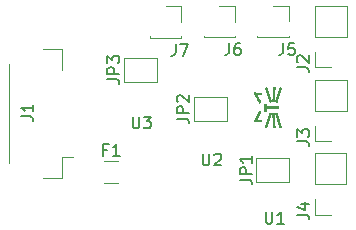
<source format=gbr>
G04 #@! TF.GenerationSoftware,KiCad,Pcbnew,(5.0.0)*
G04 #@! TF.CreationDate,2019-01-08T23:41:56-05:00*
G04 #@! TF.ProjectId,Relay Breakout,52656C617920427265616B6F75742E6B,rev?*
G04 #@! TF.SameCoordinates,Original*
G04 #@! TF.FileFunction,Legend,Top*
G04 #@! TF.FilePolarity,Positive*
%FSLAX46Y46*%
G04 Gerber Fmt 4.6, Leading zero omitted, Abs format (unit mm)*
G04 Created by KiCad (PCBNEW (5.0.0)) date 01/08/19 23:41:56*
%MOMM*%
%LPD*%
G01*
G04 APERTURE LIST*
%ADD10C,0.120000*%
%ADD11C,0.010000*%
%ADD12C,0.150000*%
G04 APERTURE END LIST*
D10*
G04 #@! TO.C,J1*
X104977040Y-94986120D02*
X106577040Y-94986120D01*
X106577040Y-94986120D02*
X106577040Y-93186120D01*
X106577040Y-93186120D02*
X107517040Y-93186120D01*
X104977040Y-84016120D02*
X106577040Y-84016120D01*
X106577040Y-84016120D02*
X106577040Y-85816120D01*
X102107040Y-93716120D02*
X102107040Y-85286120D01*
G04 #@! TO.C,J2*
X130682040Y-82981800D02*
X128022040Y-82981800D01*
X130682040Y-82981800D02*
X130682040Y-80381800D01*
X130682040Y-80381800D02*
X128022040Y-80381800D01*
X128022040Y-82981800D02*
X128022040Y-80381800D01*
X128022040Y-85581800D02*
X128022040Y-84251800D01*
X129352040Y-85581800D02*
X128022040Y-85581800D01*
G04 #@! TO.C,J3*
X129346960Y-91840360D02*
X128016960Y-91840360D01*
X128016960Y-91840360D02*
X128016960Y-90510360D01*
X128016960Y-89240360D02*
X128016960Y-86640360D01*
X130676960Y-86640360D02*
X128016960Y-86640360D01*
X130676960Y-89240360D02*
X130676960Y-86640360D01*
X130676960Y-89240360D02*
X128016960Y-89240360D01*
G04 #@! TO.C,J4*
X130641400Y-95478600D02*
X127981400Y-95478600D01*
X130641400Y-95478600D02*
X130641400Y-92878600D01*
X130641400Y-92878600D02*
X127981400Y-92878600D01*
X127981400Y-95478600D02*
X127981400Y-92878600D01*
X127981400Y-98078600D02*
X127981400Y-96748600D01*
X129311400Y-98078600D02*
X127981400Y-98078600D01*
G04 #@! TO.C,J5*
X123114760Y-83031640D02*
X125774760Y-83031640D01*
X123114760Y-82911640D02*
X123114760Y-83031640D01*
X125774760Y-82911640D02*
X125774760Y-83031640D01*
X125774760Y-80371640D02*
X125774760Y-81701640D01*
X124444760Y-80371640D02*
X125774760Y-80371640D01*
G04 #@! TO.C,J6*
X119893080Y-80381800D02*
X121223080Y-80381800D01*
X121223080Y-80381800D02*
X121223080Y-81711800D01*
X121223080Y-82921800D02*
X121223080Y-83041800D01*
X118563080Y-82921800D02*
X118563080Y-83041800D01*
X118563080Y-83041800D02*
X121223080Y-83041800D01*
G04 #@! TO.C,J7*
X114011400Y-83072280D02*
X116671400Y-83072280D01*
X114011400Y-82952280D02*
X114011400Y-83072280D01*
X116671400Y-82952280D02*
X116671400Y-83072280D01*
X116671400Y-80412280D02*
X116671400Y-81742280D01*
X115341400Y-80412280D02*
X116671400Y-80412280D01*
G04 #@! TO.C,JP1*
X125804120Y-93300040D02*
X125804120Y-95300040D01*
X123004120Y-93300040D02*
X125804120Y-93300040D01*
X123004120Y-95300040D02*
X123004120Y-93300040D01*
X125804120Y-95300040D02*
X123004120Y-95300040D01*
G04 #@! TO.C,JP2*
X120586960Y-90133680D02*
X117786960Y-90133680D01*
X117786960Y-90133680D02*
X117786960Y-88133680D01*
X117786960Y-88133680D02*
X120586960Y-88133680D01*
X120586960Y-88133680D02*
X120586960Y-90133680D01*
G04 #@! TO.C,JP3*
X114622800Y-84785960D02*
X114622800Y-86785960D01*
X111822800Y-84785960D02*
X114622800Y-84785960D01*
X111822800Y-86785960D02*
X111822800Y-84785960D01*
X114622800Y-86785960D02*
X111822800Y-86785960D01*
G04 #@! TO.C,F1*
X110146076Y-93532280D02*
X111350204Y-93532280D01*
X110146076Y-95352280D02*
X111350204Y-95352280D01*
D11*
G04 #@! TO.C,G\002A\002A\002A*
G36*
X122795735Y-87713439D02*
X122803971Y-87713404D01*
X122817102Y-87713476D01*
X122834754Y-87713651D01*
X122856553Y-87713922D01*
X122882125Y-87714285D01*
X122911095Y-87714734D01*
X122943091Y-87715263D01*
X122977738Y-87715866D01*
X123014661Y-87716539D01*
X123053487Y-87717275D01*
X123085965Y-87717913D01*
X123126738Y-87718719D01*
X123166379Y-87719491D01*
X123204466Y-87720223D01*
X123240575Y-87720906D01*
X123274286Y-87721533D01*
X123305175Y-87722096D01*
X123332820Y-87722587D01*
X123356800Y-87722999D01*
X123376692Y-87723324D01*
X123392073Y-87723555D01*
X123402521Y-87723684D01*
X123406606Y-87723709D01*
X123435534Y-87723697D01*
X123435534Y-87845674D01*
X123378384Y-87843919D01*
X123359263Y-87843368D01*
X123337040Y-87842789D01*
X123312256Y-87842193D01*
X123285452Y-87841589D01*
X123257169Y-87840985D01*
X123227949Y-87840392D01*
X123198331Y-87839819D01*
X123168859Y-87839276D01*
X123140071Y-87838771D01*
X123112510Y-87838314D01*
X123086716Y-87837915D01*
X123063231Y-87837584D01*
X123042595Y-87837329D01*
X123025350Y-87837160D01*
X123012037Y-87837086D01*
X123003196Y-87837118D01*
X122999370Y-87837264D01*
X122999258Y-87837299D01*
X123000451Y-87839870D01*
X123004231Y-87847089D01*
X123010439Y-87858672D01*
X123018921Y-87874332D01*
X123029519Y-87893785D01*
X123042077Y-87916746D01*
X123056439Y-87942930D01*
X123072447Y-87972051D01*
X123089946Y-88003824D01*
X123108779Y-88037964D01*
X123128789Y-88074186D01*
X123149820Y-88112205D01*
X123171716Y-88151735D01*
X123183341Y-88172703D01*
X123205663Y-88212969D01*
X123227232Y-88251910D01*
X123247889Y-88289236D01*
X123267475Y-88324659D01*
X123285831Y-88357891D01*
X123302798Y-88388643D01*
X123318217Y-88416626D01*
X123331929Y-88441552D01*
X123343775Y-88463132D01*
X123353596Y-88481077D01*
X123361234Y-88495099D01*
X123366528Y-88504909D01*
X123369320Y-88510219D01*
X123369729Y-88511097D01*
X123368247Y-88513761D01*
X123362702Y-88518194D01*
X123352828Y-88524569D01*
X123338358Y-88533061D01*
X123322122Y-88542142D01*
X123306890Y-88550450D01*
X123293160Y-88557781D01*
X123281764Y-88563702D01*
X123273537Y-88567783D01*
X123269310Y-88569591D01*
X123269121Y-88569634D01*
X123267294Y-88567973D01*
X123263531Y-88562620D01*
X123257753Y-88553439D01*
X123249883Y-88540293D01*
X123239842Y-88523045D01*
X123227550Y-88501558D01*
X123212929Y-88475694D01*
X123195901Y-88445318D01*
X123176386Y-88410292D01*
X123154306Y-88370480D01*
X123145823Y-88355145D01*
X123124085Y-88315836D01*
X123100225Y-88272706D01*
X123074809Y-88226776D01*
X123048402Y-88179066D01*
X123021569Y-88130598D01*
X122994876Y-88082392D01*
X122968889Y-88035471D01*
X122944172Y-87990856D01*
X122921290Y-87949567D01*
X122909071Y-87927523D01*
X122891391Y-87895587D01*
X122874549Y-87865072D01*
X122858741Y-87836339D01*
X122844161Y-87809745D01*
X122831004Y-87785650D01*
X122819467Y-87764413D01*
X122809743Y-87746393D01*
X122802028Y-87731949D01*
X122796517Y-87721440D01*
X122793405Y-87715224D01*
X122792769Y-87713588D01*
X122795735Y-87713439D01*
X122795735Y-87713439D01*
G37*
X122795735Y-87713439D02*
X122803971Y-87713404D01*
X122817102Y-87713476D01*
X122834754Y-87713651D01*
X122856553Y-87713922D01*
X122882125Y-87714285D01*
X122911095Y-87714734D01*
X122943091Y-87715263D01*
X122977738Y-87715866D01*
X123014661Y-87716539D01*
X123053487Y-87717275D01*
X123085965Y-87717913D01*
X123126738Y-87718719D01*
X123166379Y-87719491D01*
X123204466Y-87720223D01*
X123240575Y-87720906D01*
X123274286Y-87721533D01*
X123305175Y-87722096D01*
X123332820Y-87722587D01*
X123356800Y-87722999D01*
X123376692Y-87723324D01*
X123392073Y-87723555D01*
X123402521Y-87723684D01*
X123406606Y-87723709D01*
X123435534Y-87723697D01*
X123435534Y-87845674D01*
X123378384Y-87843919D01*
X123359263Y-87843368D01*
X123337040Y-87842789D01*
X123312256Y-87842193D01*
X123285452Y-87841589D01*
X123257169Y-87840985D01*
X123227949Y-87840392D01*
X123198331Y-87839819D01*
X123168859Y-87839276D01*
X123140071Y-87838771D01*
X123112510Y-87838314D01*
X123086716Y-87837915D01*
X123063231Y-87837584D01*
X123042595Y-87837329D01*
X123025350Y-87837160D01*
X123012037Y-87837086D01*
X123003196Y-87837118D01*
X122999370Y-87837264D01*
X122999258Y-87837299D01*
X123000451Y-87839870D01*
X123004231Y-87847089D01*
X123010439Y-87858672D01*
X123018921Y-87874332D01*
X123029519Y-87893785D01*
X123042077Y-87916746D01*
X123056439Y-87942930D01*
X123072447Y-87972051D01*
X123089946Y-88003824D01*
X123108779Y-88037964D01*
X123128789Y-88074186D01*
X123149820Y-88112205D01*
X123171716Y-88151735D01*
X123183341Y-88172703D01*
X123205663Y-88212969D01*
X123227232Y-88251910D01*
X123247889Y-88289236D01*
X123267475Y-88324659D01*
X123285831Y-88357891D01*
X123302798Y-88388643D01*
X123318217Y-88416626D01*
X123331929Y-88441552D01*
X123343775Y-88463132D01*
X123353596Y-88481077D01*
X123361234Y-88495099D01*
X123366528Y-88504909D01*
X123369320Y-88510219D01*
X123369729Y-88511097D01*
X123368247Y-88513761D01*
X123362702Y-88518194D01*
X123352828Y-88524569D01*
X123338358Y-88533061D01*
X123322122Y-88542142D01*
X123306890Y-88550450D01*
X123293160Y-88557781D01*
X123281764Y-88563702D01*
X123273537Y-88567783D01*
X123269310Y-88569591D01*
X123269121Y-88569634D01*
X123267294Y-88567973D01*
X123263531Y-88562620D01*
X123257753Y-88553439D01*
X123249883Y-88540293D01*
X123239842Y-88523045D01*
X123227550Y-88501558D01*
X123212929Y-88475694D01*
X123195901Y-88445318D01*
X123176386Y-88410292D01*
X123154306Y-88370480D01*
X123145823Y-88355145D01*
X123124085Y-88315836D01*
X123100225Y-88272706D01*
X123074809Y-88226776D01*
X123048402Y-88179066D01*
X123021569Y-88130598D01*
X122994876Y-88082392D01*
X122968889Y-88035471D01*
X122944172Y-87990856D01*
X122921290Y-87949567D01*
X122909071Y-87927523D01*
X122891391Y-87895587D01*
X122874549Y-87865072D01*
X122858741Y-87836339D01*
X122844161Y-87809745D01*
X122831004Y-87785650D01*
X122819467Y-87764413D01*
X122809743Y-87746393D01*
X122802028Y-87731949D01*
X122796517Y-87721440D01*
X122793405Y-87715224D01*
X122792769Y-87713588D01*
X122795735Y-87713439D01*
G36*
X122793914Y-90132912D02*
X122797598Y-90125693D01*
X122803656Y-90114221D01*
X122811905Y-90098838D01*
X122822158Y-90079884D01*
X122834231Y-90057697D01*
X122847938Y-90032619D01*
X122863094Y-90004990D01*
X122879515Y-89975148D01*
X122897014Y-89943435D01*
X122915407Y-89910191D01*
X122922388Y-89897593D01*
X122944287Y-89858092D01*
X122967678Y-89815883D01*
X122992106Y-89771789D01*
X123017116Y-89726632D01*
X123042254Y-89681233D01*
X123067064Y-89636414D01*
X123091092Y-89592996D01*
X123113882Y-89551802D01*
X123134981Y-89513652D01*
X123153932Y-89479370D01*
X123159141Y-89469944D01*
X123179200Y-89433681D01*
X123196731Y-89402089D01*
X123211900Y-89374881D01*
X123224875Y-89351771D01*
X123235823Y-89332470D01*
X123244911Y-89316691D01*
X123252307Y-89304147D01*
X123258178Y-89294552D01*
X123262692Y-89287616D01*
X123266016Y-89283054D01*
X123268317Y-89280578D01*
X123269762Y-89279901D01*
X123269841Y-89279915D01*
X123273810Y-89281598D01*
X123281853Y-89285583D01*
X123293112Y-89291423D01*
X123306731Y-89298675D01*
X123321852Y-89306891D01*
X123322842Y-89307435D01*
X123341306Y-89317768D01*
X123354943Y-89325848D01*
X123364022Y-89331849D01*
X123368812Y-89335948D01*
X123369729Y-89338009D01*
X123368255Y-89340945D01*
X123364200Y-89348527D01*
X123357722Y-89360466D01*
X123348979Y-89376474D01*
X123338132Y-89396261D01*
X123325339Y-89419540D01*
X123310759Y-89446021D01*
X123294551Y-89475416D01*
X123276874Y-89507436D01*
X123257887Y-89541793D01*
X123237749Y-89578198D01*
X123216618Y-89616362D01*
X123194655Y-89655997D01*
X123183341Y-89676403D01*
X123161059Y-89716604D01*
X123139561Y-89755442D01*
X123119004Y-89792631D01*
X123099543Y-89827886D01*
X123081335Y-89860922D01*
X123064537Y-89891453D01*
X123049305Y-89919195D01*
X123035796Y-89943862D01*
X123024166Y-89965169D01*
X123014571Y-89982831D01*
X123007168Y-89996563D01*
X123002114Y-90006080D01*
X122999566Y-90011096D01*
X122999282Y-90011831D01*
X123002241Y-90011998D01*
X123010303Y-90012050D01*
X123022925Y-90011995D01*
X123039567Y-90011843D01*
X123059687Y-90011604D01*
X123082745Y-90011287D01*
X123108198Y-90010900D01*
X123135506Y-90010455D01*
X123164128Y-90009960D01*
X123193522Y-90009424D01*
X123223147Y-90008858D01*
X123252462Y-90008270D01*
X123280926Y-90007669D01*
X123307998Y-90007066D01*
X123333136Y-90006470D01*
X123355800Y-90005890D01*
X123375447Y-90005336D01*
X123379795Y-90005203D01*
X123435534Y-90003473D01*
X123435534Y-90125409D01*
X123406606Y-90125399D01*
X123399769Y-90125454D01*
X123387711Y-90125617D01*
X123370854Y-90125880D01*
X123349621Y-90126235D01*
X123324434Y-90126675D01*
X123295715Y-90127192D01*
X123263886Y-90127778D01*
X123229370Y-90128426D01*
X123192589Y-90129128D01*
X123153965Y-90129876D01*
X123113920Y-90130663D01*
X123085988Y-90131218D01*
X123045899Y-90132005D01*
X123007411Y-90132731D01*
X122970898Y-90133393D01*
X122936733Y-90133983D01*
X122905291Y-90134497D01*
X122876946Y-90134930D01*
X122852071Y-90135275D01*
X122831042Y-90135527D01*
X122814232Y-90135681D01*
X122802014Y-90135731D01*
X122794764Y-90135671D01*
X122792791Y-90135540D01*
X122793914Y-90132912D01*
X122793914Y-90132912D01*
G37*
X122793914Y-90132912D02*
X122797598Y-90125693D01*
X122803656Y-90114221D01*
X122811905Y-90098838D01*
X122822158Y-90079884D01*
X122834231Y-90057697D01*
X122847938Y-90032619D01*
X122863094Y-90004990D01*
X122879515Y-89975148D01*
X122897014Y-89943435D01*
X122915407Y-89910191D01*
X122922388Y-89897593D01*
X122944287Y-89858092D01*
X122967678Y-89815883D01*
X122992106Y-89771789D01*
X123017116Y-89726632D01*
X123042254Y-89681233D01*
X123067064Y-89636414D01*
X123091092Y-89592996D01*
X123113882Y-89551802D01*
X123134981Y-89513652D01*
X123153932Y-89479370D01*
X123159141Y-89469944D01*
X123179200Y-89433681D01*
X123196731Y-89402089D01*
X123211900Y-89374881D01*
X123224875Y-89351771D01*
X123235823Y-89332470D01*
X123244911Y-89316691D01*
X123252307Y-89304147D01*
X123258178Y-89294552D01*
X123262692Y-89287616D01*
X123266016Y-89283054D01*
X123268317Y-89280578D01*
X123269762Y-89279901D01*
X123269841Y-89279915D01*
X123273810Y-89281598D01*
X123281853Y-89285583D01*
X123293112Y-89291423D01*
X123306731Y-89298675D01*
X123321852Y-89306891D01*
X123322842Y-89307435D01*
X123341306Y-89317768D01*
X123354943Y-89325848D01*
X123364022Y-89331849D01*
X123368812Y-89335948D01*
X123369729Y-89338009D01*
X123368255Y-89340945D01*
X123364200Y-89348527D01*
X123357722Y-89360466D01*
X123348979Y-89376474D01*
X123338132Y-89396261D01*
X123325339Y-89419540D01*
X123310759Y-89446021D01*
X123294551Y-89475416D01*
X123276874Y-89507436D01*
X123257887Y-89541793D01*
X123237749Y-89578198D01*
X123216618Y-89616362D01*
X123194655Y-89655997D01*
X123183341Y-89676403D01*
X123161059Y-89716604D01*
X123139561Y-89755442D01*
X123119004Y-89792631D01*
X123099543Y-89827886D01*
X123081335Y-89860922D01*
X123064537Y-89891453D01*
X123049305Y-89919195D01*
X123035796Y-89943862D01*
X123024166Y-89965169D01*
X123014571Y-89982831D01*
X123007168Y-89996563D01*
X123002114Y-90006080D01*
X122999566Y-90011096D01*
X122999282Y-90011831D01*
X123002241Y-90011998D01*
X123010303Y-90012050D01*
X123022925Y-90011995D01*
X123039567Y-90011843D01*
X123059687Y-90011604D01*
X123082745Y-90011287D01*
X123108198Y-90010900D01*
X123135506Y-90010455D01*
X123164128Y-90009960D01*
X123193522Y-90009424D01*
X123223147Y-90008858D01*
X123252462Y-90008270D01*
X123280926Y-90007669D01*
X123307998Y-90007066D01*
X123333136Y-90006470D01*
X123355800Y-90005890D01*
X123375447Y-90005336D01*
X123379795Y-90005203D01*
X123435534Y-90003473D01*
X123435534Y-90125409D01*
X123406606Y-90125399D01*
X123399769Y-90125454D01*
X123387711Y-90125617D01*
X123370854Y-90125880D01*
X123349621Y-90126235D01*
X123324434Y-90126675D01*
X123295715Y-90127192D01*
X123263886Y-90127778D01*
X123229370Y-90128426D01*
X123192589Y-90129128D01*
X123153965Y-90129876D01*
X123113920Y-90130663D01*
X123085988Y-90131218D01*
X123045899Y-90132005D01*
X123007411Y-90132731D01*
X122970898Y-90133393D01*
X122936733Y-90133983D01*
X122905291Y-90134497D01*
X122876946Y-90134930D01*
X122852071Y-90135275D01*
X122831042Y-90135527D01*
X122814232Y-90135681D01*
X122802014Y-90135731D01*
X122794764Y-90135671D01*
X122792791Y-90135540D01*
X122793914Y-90132912D01*
G36*
X123769411Y-90589357D02*
X123771911Y-90581421D01*
X123775961Y-90568716D01*
X123781464Y-90551538D01*
X123788323Y-90530186D01*
X123796443Y-90504957D01*
X123805726Y-90476148D01*
X123816077Y-90444057D01*
X123827400Y-90408980D01*
X123839597Y-90371216D01*
X123852573Y-90331062D01*
X123866231Y-90288816D01*
X123880475Y-90244774D01*
X123895208Y-90199233D01*
X123910335Y-90152493D01*
X123925758Y-90104849D01*
X123941382Y-90056599D01*
X123957110Y-90008041D01*
X123972846Y-89959472D01*
X123988494Y-89911189D01*
X124003956Y-89863490D01*
X124019138Y-89816672D01*
X124033941Y-89771033D01*
X124048271Y-89726869D01*
X124062031Y-89684479D01*
X124075124Y-89644160D01*
X124087454Y-89606209D01*
X124098925Y-89570923D01*
X124109441Y-89538601D01*
X124118904Y-89509539D01*
X124127219Y-89484034D01*
X124134290Y-89462385D01*
X124140020Y-89444888D01*
X124144312Y-89431841D01*
X124147071Y-89423541D01*
X124148199Y-89420286D01*
X124148219Y-89420250D01*
X124151183Y-89420631D01*
X124158509Y-89422501D01*
X124169234Y-89425556D01*
X124182401Y-89429493D01*
X124197047Y-89434007D01*
X124212214Y-89438795D01*
X124226940Y-89443554D01*
X124240267Y-89447978D01*
X124251233Y-89451766D01*
X124258879Y-89454612D01*
X124262244Y-89456214D01*
X124262321Y-89456345D01*
X124261453Y-89459144D01*
X124258926Y-89467069D01*
X124254818Y-89479875D01*
X124249208Y-89497319D01*
X124242176Y-89519155D01*
X124233800Y-89545140D01*
X124224159Y-89575030D01*
X124213332Y-89608579D01*
X124201398Y-89645544D01*
X124188435Y-89685680D01*
X124174523Y-89728744D01*
X124159740Y-89774490D01*
X124144166Y-89822675D01*
X124127879Y-89873053D01*
X124110957Y-89925382D01*
X124093481Y-89979416D01*
X124075528Y-90034911D01*
X124072729Y-90043564D01*
X124054712Y-90099249D01*
X124037157Y-90153502D01*
X124020144Y-90206079D01*
X124003750Y-90256737D01*
X123988055Y-90305231D01*
X123973139Y-90351318D01*
X123959079Y-90394754D01*
X123945954Y-90435296D01*
X123933845Y-90472699D01*
X123922829Y-90506720D01*
X123912985Y-90537115D01*
X123904393Y-90563640D01*
X123897131Y-90586052D01*
X123891278Y-90604107D01*
X123886913Y-90617561D01*
X123884116Y-90626170D01*
X123882964Y-90629691D01*
X123882938Y-90629766D01*
X123880252Y-90629224D01*
X123873174Y-90627175D01*
X123862655Y-90623931D01*
X123849646Y-90619803D01*
X123835098Y-90615104D01*
X123819962Y-90610145D01*
X123805189Y-90605240D01*
X123791730Y-90600699D01*
X123780536Y-90596835D01*
X123772558Y-90593961D01*
X123768747Y-90592388D01*
X123768556Y-90592227D01*
X123769411Y-90589357D01*
X123769411Y-90589357D01*
G37*
X123769411Y-90589357D02*
X123771911Y-90581421D01*
X123775961Y-90568716D01*
X123781464Y-90551538D01*
X123788323Y-90530186D01*
X123796443Y-90504957D01*
X123805726Y-90476148D01*
X123816077Y-90444057D01*
X123827400Y-90408980D01*
X123839597Y-90371216D01*
X123852573Y-90331062D01*
X123866231Y-90288816D01*
X123880475Y-90244774D01*
X123895208Y-90199233D01*
X123910335Y-90152493D01*
X123925758Y-90104849D01*
X123941382Y-90056599D01*
X123957110Y-90008041D01*
X123972846Y-89959472D01*
X123988494Y-89911189D01*
X124003956Y-89863490D01*
X124019138Y-89816672D01*
X124033941Y-89771033D01*
X124048271Y-89726869D01*
X124062031Y-89684479D01*
X124075124Y-89644160D01*
X124087454Y-89606209D01*
X124098925Y-89570923D01*
X124109441Y-89538601D01*
X124118904Y-89509539D01*
X124127219Y-89484034D01*
X124134290Y-89462385D01*
X124140020Y-89444888D01*
X124144312Y-89431841D01*
X124147071Y-89423541D01*
X124148199Y-89420286D01*
X124148219Y-89420250D01*
X124151183Y-89420631D01*
X124158509Y-89422501D01*
X124169234Y-89425556D01*
X124182401Y-89429493D01*
X124197047Y-89434007D01*
X124212214Y-89438795D01*
X124226940Y-89443554D01*
X124240267Y-89447978D01*
X124251233Y-89451766D01*
X124258879Y-89454612D01*
X124262244Y-89456214D01*
X124262321Y-89456345D01*
X124261453Y-89459144D01*
X124258926Y-89467069D01*
X124254818Y-89479875D01*
X124249208Y-89497319D01*
X124242176Y-89519155D01*
X124233800Y-89545140D01*
X124224159Y-89575030D01*
X124213332Y-89608579D01*
X124201398Y-89645544D01*
X124188435Y-89685680D01*
X124174523Y-89728744D01*
X124159740Y-89774490D01*
X124144166Y-89822675D01*
X124127879Y-89873053D01*
X124110957Y-89925382D01*
X124093481Y-89979416D01*
X124075528Y-90034911D01*
X124072729Y-90043564D01*
X124054712Y-90099249D01*
X124037157Y-90153502D01*
X124020144Y-90206079D01*
X124003750Y-90256737D01*
X123988055Y-90305231D01*
X123973139Y-90351318D01*
X123959079Y-90394754D01*
X123945954Y-90435296D01*
X123933845Y-90472699D01*
X123922829Y-90506720D01*
X123912985Y-90537115D01*
X123904393Y-90563640D01*
X123897131Y-90586052D01*
X123891278Y-90604107D01*
X123886913Y-90617561D01*
X123884116Y-90626170D01*
X123882964Y-90629691D01*
X123882938Y-90629766D01*
X123880252Y-90629224D01*
X123873174Y-90627175D01*
X123862655Y-90623931D01*
X123849646Y-90619803D01*
X123835098Y-90615104D01*
X123819962Y-90610145D01*
X123805189Y-90605240D01*
X123791730Y-90600699D01*
X123780536Y-90596835D01*
X123772558Y-90593961D01*
X123768747Y-90592388D01*
X123768556Y-90592227D01*
X123769411Y-90589357D01*
G36*
X123778008Y-87321015D02*
X123781392Y-87319386D01*
X123789071Y-87316523D01*
X123800069Y-87312734D01*
X123813409Y-87308325D01*
X123828117Y-87303601D01*
X123843215Y-87298870D01*
X123857729Y-87294437D01*
X123870681Y-87290609D01*
X123881097Y-87287692D01*
X123887999Y-87285992D01*
X123890394Y-87285748D01*
X123891366Y-87288504D01*
X123893978Y-87296332D01*
X123898135Y-87308935D01*
X123903739Y-87326015D01*
X123910694Y-87347274D01*
X123918904Y-87372414D01*
X123928271Y-87401137D01*
X123938700Y-87433145D01*
X123950093Y-87468141D01*
X123962354Y-87505826D01*
X123975386Y-87545903D01*
X123989093Y-87588074D01*
X124003378Y-87632041D01*
X124018144Y-87677506D01*
X124033296Y-87724171D01*
X124048735Y-87771738D01*
X124064366Y-87819911D01*
X124080092Y-87868389D01*
X124095817Y-87916877D01*
X124111443Y-87965075D01*
X124126874Y-88012687D01*
X124142014Y-88059414D01*
X124156766Y-88104958D01*
X124171033Y-88149021D01*
X124184719Y-88191306D01*
X124197726Y-88231515D01*
X124209959Y-88269350D01*
X124221321Y-88304512D01*
X124231715Y-88336705D01*
X124241045Y-88365630D01*
X124249214Y-88390990D01*
X124256125Y-88412486D01*
X124261681Y-88429820D01*
X124265787Y-88442696D01*
X124268345Y-88450814D01*
X124269087Y-88453242D01*
X124269232Y-88455262D01*
X124267977Y-88457217D01*
X124264674Y-88459389D01*
X124258677Y-88462058D01*
X124249340Y-88465507D01*
X124236017Y-88470017D01*
X124218061Y-88475870D01*
X124214430Y-88477041D01*
X124197597Y-88482380D01*
X124182632Y-88486958D01*
X124170345Y-88490541D01*
X124161546Y-88492897D01*
X124157046Y-88493789D01*
X124156650Y-88493732D01*
X124155577Y-88490874D01*
X124152878Y-88482949D01*
X124148647Y-88470256D01*
X124142981Y-88453092D01*
X124135976Y-88431753D01*
X124127728Y-88406538D01*
X124118332Y-88377742D01*
X124107885Y-88345664D01*
X124096482Y-88310600D01*
X124084220Y-88272848D01*
X124071194Y-88232704D01*
X124057501Y-88190466D01*
X124043236Y-88146431D01*
X124028495Y-88100896D01*
X124013374Y-88054158D01*
X123997970Y-88006515D01*
X123982377Y-87958263D01*
X123966692Y-87909700D01*
X123951012Y-87861123D01*
X123935431Y-87812828D01*
X123920046Y-87765114D01*
X123904953Y-87718277D01*
X123890247Y-87672614D01*
X123876025Y-87628423D01*
X123862383Y-87586000D01*
X123849416Y-87545643D01*
X123837220Y-87507649D01*
X123825892Y-87472315D01*
X123815528Y-87439939D01*
X123806222Y-87410817D01*
X123798072Y-87385246D01*
X123791173Y-87363524D01*
X123785621Y-87345948D01*
X123781512Y-87332814D01*
X123778942Y-87324421D01*
X123778007Y-87321065D01*
X123778008Y-87321015D01*
X123778008Y-87321015D01*
G37*
X123778008Y-87321015D02*
X123781392Y-87319386D01*
X123789071Y-87316523D01*
X123800069Y-87312734D01*
X123813409Y-87308325D01*
X123828117Y-87303601D01*
X123843215Y-87298870D01*
X123857729Y-87294437D01*
X123870681Y-87290609D01*
X123881097Y-87287692D01*
X123887999Y-87285992D01*
X123890394Y-87285748D01*
X123891366Y-87288504D01*
X123893978Y-87296332D01*
X123898135Y-87308935D01*
X123903739Y-87326015D01*
X123910694Y-87347274D01*
X123918904Y-87372414D01*
X123928271Y-87401137D01*
X123938700Y-87433145D01*
X123950093Y-87468141D01*
X123962354Y-87505826D01*
X123975386Y-87545903D01*
X123989093Y-87588074D01*
X124003378Y-87632041D01*
X124018144Y-87677506D01*
X124033296Y-87724171D01*
X124048735Y-87771738D01*
X124064366Y-87819911D01*
X124080092Y-87868389D01*
X124095817Y-87916877D01*
X124111443Y-87965075D01*
X124126874Y-88012687D01*
X124142014Y-88059414D01*
X124156766Y-88104958D01*
X124171033Y-88149021D01*
X124184719Y-88191306D01*
X124197726Y-88231515D01*
X124209959Y-88269350D01*
X124221321Y-88304512D01*
X124231715Y-88336705D01*
X124241045Y-88365630D01*
X124249214Y-88390990D01*
X124256125Y-88412486D01*
X124261681Y-88429820D01*
X124265787Y-88442696D01*
X124268345Y-88450814D01*
X124269087Y-88453242D01*
X124269232Y-88455262D01*
X124267977Y-88457217D01*
X124264674Y-88459389D01*
X124258677Y-88462058D01*
X124249340Y-88465507D01*
X124236017Y-88470017D01*
X124218061Y-88475870D01*
X124214430Y-88477041D01*
X124197597Y-88482380D01*
X124182632Y-88486958D01*
X124170345Y-88490541D01*
X124161546Y-88492897D01*
X124157046Y-88493789D01*
X124156650Y-88493732D01*
X124155577Y-88490874D01*
X124152878Y-88482949D01*
X124148647Y-88470256D01*
X124142981Y-88453092D01*
X124135976Y-88431753D01*
X124127728Y-88406538D01*
X124118332Y-88377742D01*
X124107885Y-88345664D01*
X124096482Y-88310600D01*
X124084220Y-88272848D01*
X124071194Y-88232704D01*
X124057501Y-88190466D01*
X124043236Y-88146431D01*
X124028495Y-88100896D01*
X124013374Y-88054158D01*
X123997970Y-88006515D01*
X123982377Y-87958263D01*
X123966692Y-87909700D01*
X123951012Y-87861123D01*
X123935431Y-87812828D01*
X123920046Y-87765114D01*
X123904953Y-87718277D01*
X123890247Y-87672614D01*
X123876025Y-87628423D01*
X123862383Y-87586000D01*
X123849416Y-87545643D01*
X123837220Y-87507649D01*
X123825892Y-87472315D01*
X123815528Y-87439939D01*
X123806222Y-87410817D01*
X123798072Y-87385246D01*
X123791173Y-87363524D01*
X123785621Y-87345948D01*
X123781512Y-87332814D01*
X123778942Y-87324421D01*
X123778007Y-87321065D01*
X123778008Y-87321015D01*
G36*
X124378814Y-89457438D02*
X124386427Y-89456678D01*
X124397626Y-89455734D01*
X124411389Y-89454675D01*
X124426693Y-89453571D01*
X124442515Y-89452493D01*
X124457831Y-89451509D01*
X124471619Y-89450690D01*
X124482855Y-89450105D01*
X124490517Y-89449824D01*
X124493581Y-89449917D01*
X124493583Y-89449918D01*
X124493881Y-89452768D01*
X124494537Y-89460934D01*
X124495531Y-89474100D01*
X124496840Y-89491949D01*
X124498443Y-89514165D01*
X124500318Y-89540434D01*
X124502444Y-89570438D01*
X124504798Y-89603862D01*
X124507359Y-89640390D01*
X124510106Y-89679706D01*
X124513016Y-89721494D01*
X124516068Y-89765437D01*
X124519241Y-89811221D01*
X124522512Y-89858529D01*
X124525860Y-89907044D01*
X124529264Y-89956452D01*
X124532701Y-90006436D01*
X124536150Y-90056679D01*
X124539589Y-90106867D01*
X124542997Y-90156683D01*
X124546351Y-90205812D01*
X124549631Y-90253936D01*
X124552814Y-90300741D01*
X124555879Y-90345910D01*
X124558804Y-90389127D01*
X124561568Y-90430077D01*
X124564148Y-90468443D01*
X124566524Y-90503909D01*
X124568672Y-90536160D01*
X124570573Y-90564879D01*
X124572203Y-90589751D01*
X124573542Y-90610459D01*
X124574568Y-90626688D01*
X124575258Y-90638121D01*
X124575592Y-90644443D01*
X124575621Y-90645403D01*
X124575479Y-90653488D01*
X124574234Y-90657442D01*
X124570873Y-90658778D01*
X124566539Y-90658969D01*
X124560739Y-90659228D01*
X124550447Y-90659846D01*
X124536799Y-90660747D01*
X124520930Y-90661858D01*
X124507978Y-90662804D01*
X124491952Y-90663966D01*
X124478018Y-90664917D01*
X124467093Y-90665600D01*
X124460092Y-90665958D01*
X124457907Y-90665960D01*
X124457625Y-90663123D01*
X124456986Y-90654968D01*
X124456013Y-90641810D01*
X124454726Y-90623963D01*
X124453147Y-90601741D01*
X124451297Y-90575460D01*
X124449197Y-90545432D01*
X124446870Y-90511973D01*
X124444336Y-90475396D01*
X124441616Y-90436017D01*
X124438733Y-90394149D01*
X124435707Y-90350106D01*
X124432559Y-90304204D01*
X124429312Y-90256756D01*
X124425986Y-90208076D01*
X124422604Y-90158480D01*
X124419185Y-90108281D01*
X124415752Y-90057793D01*
X124412325Y-90007331D01*
X124408927Y-89957209D01*
X124405579Y-89907742D01*
X124402301Y-89859244D01*
X124399116Y-89812028D01*
X124396045Y-89766411D01*
X124393108Y-89722705D01*
X124390328Y-89681225D01*
X124387726Y-89642285D01*
X124385323Y-89606200D01*
X124383141Y-89573285D01*
X124381200Y-89543852D01*
X124379523Y-89518217D01*
X124378130Y-89496694D01*
X124377043Y-89479598D01*
X124376284Y-89467242D01*
X124375873Y-89459941D01*
X124375812Y-89457945D01*
X124378814Y-89457438D01*
X124378814Y-89457438D01*
G37*
X124378814Y-89457438D02*
X124386427Y-89456678D01*
X124397626Y-89455734D01*
X124411389Y-89454675D01*
X124426693Y-89453571D01*
X124442515Y-89452493D01*
X124457831Y-89451509D01*
X124471619Y-89450690D01*
X124482855Y-89450105D01*
X124490517Y-89449824D01*
X124493581Y-89449917D01*
X124493583Y-89449918D01*
X124493881Y-89452768D01*
X124494537Y-89460934D01*
X124495531Y-89474100D01*
X124496840Y-89491949D01*
X124498443Y-89514165D01*
X124500318Y-89540434D01*
X124502444Y-89570438D01*
X124504798Y-89603862D01*
X124507359Y-89640390D01*
X124510106Y-89679706D01*
X124513016Y-89721494D01*
X124516068Y-89765437D01*
X124519241Y-89811221D01*
X124522512Y-89858529D01*
X124525860Y-89907044D01*
X124529264Y-89956452D01*
X124532701Y-90006436D01*
X124536150Y-90056679D01*
X124539589Y-90106867D01*
X124542997Y-90156683D01*
X124546351Y-90205812D01*
X124549631Y-90253936D01*
X124552814Y-90300741D01*
X124555879Y-90345910D01*
X124558804Y-90389127D01*
X124561568Y-90430077D01*
X124564148Y-90468443D01*
X124566524Y-90503909D01*
X124568672Y-90536160D01*
X124570573Y-90564879D01*
X124572203Y-90589751D01*
X124573542Y-90610459D01*
X124574568Y-90626688D01*
X124575258Y-90638121D01*
X124575592Y-90644443D01*
X124575621Y-90645403D01*
X124575479Y-90653488D01*
X124574234Y-90657442D01*
X124570873Y-90658778D01*
X124566539Y-90658969D01*
X124560739Y-90659228D01*
X124550447Y-90659846D01*
X124536799Y-90660747D01*
X124520930Y-90661858D01*
X124507978Y-90662804D01*
X124491952Y-90663966D01*
X124478018Y-90664917D01*
X124467093Y-90665600D01*
X124460092Y-90665958D01*
X124457907Y-90665960D01*
X124457625Y-90663123D01*
X124456986Y-90654968D01*
X124456013Y-90641810D01*
X124454726Y-90623963D01*
X124453147Y-90601741D01*
X124451297Y-90575460D01*
X124449197Y-90545432D01*
X124446870Y-90511973D01*
X124444336Y-90475396D01*
X124441616Y-90436017D01*
X124438733Y-90394149D01*
X124435707Y-90350106D01*
X124432559Y-90304204D01*
X124429312Y-90256756D01*
X124425986Y-90208076D01*
X124422604Y-90158480D01*
X124419185Y-90108281D01*
X124415752Y-90057793D01*
X124412325Y-90007331D01*
X124408927Y-89957209D01*
X124405579Y-89907742D01*
X124402301Y-89859244D01*
X124399116Y-89812028D01*
X124396045Y-89766411D01*
X124393108Y-89722705D01*
X124390328Y-89681225D01*
X124387726Y-89642285D01*
X124385323Y-89606200D01*
X124383141Y-89573285D01*
X124381200Y-89543852D01*
X124379523Y-89518217D01*
X124378130Y-89496694D01*
X124377043Y-89479598D01*
X124376284Y-89467242D01*
X124375873Y-89459941D01*
X124375812Y-89457945D01*
X124378814Y-89457438D01*
G36*
X124384253Y-88453011D02*
X124384715Y-88444843D01*
X124385522Y-88431673D01*
X124386654Y-88413815D01*
X124388088Y-88391583D01*
X124389805Y-88365292D01*
X124391781Y-88335256D01*
X124393997Y-88301789D01*
X124396430Y-88265206D01*
X124399059Y-88225821D01*
X124401863Y-88183948D01*
X124404820Y-88139902D01*
X124407909Y-88093997D01*
X124411109Y-88046548D01*
X124414399Y-87997868D01*
X124417756Y-87948272D01*
X124421160Y-87898075D01*
X124424589Y-87847591D01*
X124428022Y-87797134D01*
X124431438Y-87747018D01*
X124434814Y-87697558D01*
X124438131Y-87649068D01*
X124441365Y-87601863D01*
X124444497Y-87556257D01*
X124447505Y-87512564D01*
X124450366Y-87471098D01*
X124453061Y-87432175D01*
X124455567Y-87396108D01*
X124457864Y-87363211D01*
X124459929Y-87333799D01*
X124461742Y-87308187D01*
X124463280Y-87286688D01*
X124464524Y-87269617D01*
X124465451Y-87257288D01*
X124466040Y-87250016D01*
X124466256Y-87248047D01*
X124469185Y-87248003D01*
X124476849Y-87248343D01*
X124488356Y-87249015D01*
X124502813Y-87249966D01*
X124519267Y-87251140D01*
X124536257Y-87252376D01*
X124551642Y-87253460D01*
X124564402Y-87254322D01*
X124573512Y-87254893D01*
X124577828Y-87255103D01*
X124581190Y-87255551D01*
X124583058Y-87257590D01*
X124583823Y-87262472D01*
X124583879Y-87271451D01*
X124583832Y-87274259D01*
X124583605Y-87278913D01*
X124583005Y-87288926D01*
X124582051Y-87304023D01*
X124580760Y-87323931D01*
X124579152Y-87348378D01*
X124577245Y-87377089D01*
X124575057Y-87409793D01*
X124572606Y-87446215D01*
X124569912Y-87486082D01*
X124566992Y-87529122D01*
X124563865Y-87575061D01*
X124560550Y-87623627D01*
X124557065Y-87674545D01*
X124553428Y-87727542D01*
X124549658Y-87782347D01*
X124545773Y-87838684D01*
X124543091Y-87877509D01*
X124539153Y-87934456D01*
X124535318Y-87989903D01*
X124531604Y-88043586D01*
X124528030Y-88095245D01*
X124524613Y-88144615D01*
X124521372Y-88191434D01*
X124518325Y-88235441D01*
X124515490Y-88276371D01*
X124512885Y-88313963D01*
X124510529Y-88347955D01*
X124508440Y-88378082D01*
X124506636Y-88404084D01*
X124505134Y-88425697D01*
X124503954Y-88442660D01*
X124503114Y-88454708D01*
X124502631Y-88461580D01*
X124502515Y-88463178D01*
X124499817Y-88463392D01*
X124492494Y-88463246D01*
X124481553Y-88462800D01*
X124467996Y-88462118D01*
X124452829Y-88461260D01*
X124437057Y-88460290D01*
X124421683Y-88459269D01*
X124407712Y-88458260D01*
X124396150Y-88457324D01*
X124387999Y-88456524D01*
X124384266Y-88455922D01*
X124384159Y-88455862D01*
X124384253Y-88453011D01*
X124384253Y-88453011D01*
G37*
X124384253Y-88453011D02*
X124384715Y-88444843D01*
X124385522Y-88431673D01*
X124386654Y-88413815D01*
X124388088Y-88391583D01*
X124389805Y-88365292D01*
X124391781Y-88335256D01*
X124393997Y-88301789D01*
X124396430Y-88265206D01*
X124399059Y-88225821D01*
X124401863Y-88183948D01*
X124404820Y-88139902D01*
X124407909Y-88093997D01*
X124411109Y-88046548D01*
X124414399Y-87997868D01*
X124417756Y-87948272D01*
X124421160Y-87898075D01*
X124424589Y-87847591D01*
X124428022Y-87797134D01*
X124431438Y-87747018D01*
X124434814Y-87697558D01*
X124438131Y-87649068D01*
X124441365Y-87601863D01*
X124444497Y-87556257D01*
X124447505Y-87512564D01*
X124450366Y-87471098D01*
X124453061Y-87432175D01*
X124455567Y-87396108D01*
X124457864Y-87363211D01*
X124459929Y-87333799D01*
X124461742Y-87308187D01*
X124463280Y-87286688D01*
X124464524Y-87269617D01*
X124465451Y-87257288D01*
X124466040Y-87250016D01*
X124466256Y-87248047D01*
X124469185Y-87248003D01*
X124476849Y-87248343D01*
X124488356Y-87249015D01*
X124502813Y-87249966D01*
X124519267Y-87251140D01*
X124536257Y-87252376D01*
X124551642Y-87253460D01*
X124564402Y-87254322D01*
X124573512Y-87254893D01*
X124577828Y-87255103D01*
X124581190Y-87255551D01*
X124583058Y-87257590D01*
X124583823Y-87262472D01*
X124583879Y-87271451D01*
X124583832Y-87274259D01*
X124583605Y-87278913D01*
X124583005Y-87288926D01*
X124582051Y-87304023D01*
X124580760Y-87323931D01*
X124579152Y-87348378D01*
X124577245Y-87377089D01*
X124575057Y-87409793D01*
X124572606Y-87446215D01*
X124569912Y-87486082D01*
X124566992Y-87529122D01*
X124563865Y-87575061D01*
X124560550Y-87623627D01*
X124557065Y-87674545D01*
X124553428Y-87727542D01*
X124549658Y-87782347D01*
X124545773Y-87838684D01*
X124543091Y-87877509D01*
X124539153Y-87934456D01*
X124535318Y-87989903D01*
X124531604Y-88043586D01*
X124528030Y-88095245D01*
X124524613Y-88144615D01*
X124521372Y-88191434D01*
X124518325Y-88235441D01*
X124515490Y-88276371D01*
X124512885Y-88313963D01*
X124510529Y-88347955D01*
X124508440Y-88378082D01*
X124506636Y-88404084D01*
X124505134Y-88425697D01*
X124503954Y-88442660D01*
X124503114Y-88454708D01*
X124502631Y-88461580D01*
X124502515Y-88463178D01*
X124499817Y-88463392D01*
X124492494Y-88463246D01*
X124481553Y-88462800D01*
X124467996Y-88462118D01*
X124452829Y-88461260D01*
X124437057Y-88460290D01*
X124421683Y-88459269D01*
X124407712Y-88458260D01*
X124396150Y-88457324D01*
X124387999Y-88456524D01*
X124384266Y-88455922D01*
X124384159Y-88455862D01*
X124384253Y-88453011D01*
G36*
X123872978Y-88691720D02*
X123872978Y-88880809D01*
X124866400Y-88880809D01*
X124866400Y-89067075D01*
X123872978Y-89067075D01*
X123872978Y-89256164D01*
X123703645Y-89256164D01*
X123703645Y-88691720D01*
X123872978Y-88691720D01*
X123872978Y-88691720D01*
G37*
X123872978Y-88691720D02*
X123872978Y-88880809D01*
X124866400Y-88880809D01*
X124866400Y-89067075D01*
X123872978Y-89067075D01*
X123872978Y-89256164D01*
X123703645Y-89256164D01*
X123703645Y-88691720D01*
X123872978Y-88691720D01*
G36*
X124617753Y-89459791D02*
X124624710Y-89457187D01*
X124635139Y-89453509D01*
X124648087Y-89449073D01*
X124662601Y-89444193D01*
X124677729Y-89439185D01*
X124692515Y-89434363D01*
X124706009Y-89430042D01*
X124717255Y-89426539D01*
X124725301Y-89424167D01*
X124729194Y-89423242D01*
X124729404Y-89423270D01*
X124730314Y-89425994D01*
X124732881Y-89433843D01*
X124737025Y-89446571D01*
X124742667Y-89463934D01*
X124749726Y-89485686D01*
X124758124Y-89511582D01*
X124767781Y-89541375D01*
X124778617Y-89574821D01*
X124790554Y-89611674D01*
X124803511Y-89651688D01*
X124817409Y-89694618D01*
X124832168Y-89740219D01*
X124847709Y-89788244D01*
X124863953Y-89838450D01*
X124880819Y-89890589D01*
X124898229Y-89944417D01*
X124916103Y-89999688D01*
X124916935Y-90002261D01*
X124934843Y-90057638D01*
X124952298Y-90111609D01*
X124969220Y-90163926D01*
X124985530Y-90214342D01*
X125001147Y-90262610D01*
X125015990Y-90308483D01*
X125029981Y-90351713D01*
X125043039Y-90392053D01*
X125055084Y-90429257D01*
X125066036Y-90463076D01*
X125075815Y-90493264D01*
X125084341Y-90519573D01*
X125091533Y-90541757D01*
X125097313Y-90559567D01*
X125101599Y-90572757D01*
X125104312Y-90581080D01*
X125105372Y-90584288D01*
X125105378Y-90584305D01*
X125104241Y-90588204D01*
X125100077Y-90590755D01*
X125093187Y-90593200D01*
X125082817Y-90596665D01*
X125069945Y-90600844D01*
X125055549Y-90605432D01*
X125040609Y-90610124D01*
X125026104Y-90614616D01*
X125013010Y-90618601D01*
X125002308Y-90621775D01*
X124994977Y-90623832D01*
X124991993Y-90624468D01*
X124991977Y-90624459D01*
X124991039Y-90621737D01*
X124988461Y-90613942D01*
X124984341Y-90601373D01*
X124978774Y-90584328D01*
X124971858Y-90563106D01*
X124963689Y-90538004D01*
X124954363Y-90509322D01*
X124943978Y-90477357D01*
X124932630Y-90442409D01*
X124920416Y-90404775D01*
X124907431Y-90364753D01*
X124893774Y-90322642D01*
X124879540Y-90278741D01*
X124864825Y-90233348D01*
X124849728Y-90186760D01*
X124834343Y-90139277D01*
X124818769Y-90091197D01*
X124803101Y-90042818D01*
X124787436Y-89994438D01*
X124771871Y-89946356D01*
X124756502Y-89898870D01*
X124741426Y-89852279D01*
X124726740Y-89806881D01*
X124712539Y-89762974D01*
X124698922Y-89720856D01*
X124685984Y-89680827D01*
X124673821Y-89643183D01*
X124662532Y-89608225D01*
X124652211Y-89576249D01*
X124642957Y-89547555D01*
X124634865Y-89522440D01*
X124628032Y-89501204D01*
X124622554Y-89484143D01*
X124618529Y-89471558D01*
X124616053Y-89463746D01*
X124615222Y-89461007D01*
X124617753Y-89459791D01*
X124617753Y-89459791D01*
G37*
X124617753Y-89459791D02*
X124624710Y-89457187D01*
X124635139Y-89453509D01*
X124648087Y-89449073D01*
X124662601Y-89444193D01*
X124677729Y-89439185D01*
X124692515Y-89434363D01*
X124706009Y-89430042D01*
X124717255Y-89426539D01*
X124725301Y-89424167D01*
X124729194Y-89423242D01*
X124729404Y-89423270D01*
X124730314Y-89425994D01*
X124732881Y-89433843D01*
X124737025Y-89446571D01*
X124742667Y-89463934D01*
X124749726Y-89485686D01*
X124758124Y-89511582D01*
X124767781Y-89541375D01*
X124778617Y-89574821D01*
X124790554Y-89611674D01*
X124803511Y-89651688D01*
X124817409Y-89694618D01*
X124832168Y-89740219D01*
X124847709Y-89788244D01*
X124863953Y-89838450D01*
X124880819Y-89890589D01*
X124898229Y-89944417D01*
X124916103Y-89999688D01*
X124916935Y-90002261D01*
X124934843Y-90057638D01*
X124952298Y-90111609D01*
X124969220Y-90163926D01*
X124985530Y-90214342D01*
X125001147Y-90262610D01*
X125015990Y-90308483D01*
X125029981Y-90351713D01*
X125043039Y-90392053D01*
X125055084Y-90429257D01*
X125066036Y-90463076D01*
X125075815Y-90493264D01*
X125084341Y-90519573D01*
X125091533Y-90541757D01*
X125097313Y-90559567D01*
X125101599Y-90572757D01*
X125104312Y-90581080D01*
X125105372Y-90584288D01*
X125105378Y-90584305D01*
X125104241Y-90588204D01*
X125100077Y-90590755D01*
X125093187Y-90593200D01*
X125082817Y-90596665D01*
X125069945Y-90600844D01*
X125055549Y-90605432D01*
X125040609Y-90610124D01*
X125026104Y-90614616D01*
X125013010Y-90618601D01*
X125002308Y-90621775D01*
X124994977Y-90623832D01*
X124991993Y-90624468D01*
X124991977Y-90624459D01*
X124991039Y-90621737D01*
X124988461Y-90613942D01*
X124984341Y-90601373D01*
X124978774Y-90584328D01*
X124971858Y-90563106D01*
X124963689Y-90538004D01*
X124954363Y-90509322D01*
X124943978Y-90477357D01*
X124932630Y-90442409D01*
X124920416Y-90404775D01*
X124907431Y-90364753D01*
X124893774Y-90322642D01*
X124879540Y-90278741D01*
X124864825Y-90233348D01*
X124849728Y-90186760D01*
X124834343Y-90139277D01*
X124818769Y-90091197D01*
X124803101Y-90042818D01*
X124787436Y-89994438D01*
X124771871Y-89946356D01*
X124756502Y-89898870D01*
X124741426Y-89852279D01*
X124726740Y-89806881D01*
X124712539Y-89762974D01*
X124698922Y-89720856D01*
X124685984Y-89680827D01*
X124673821Y-89643183D01*
X124662532Y-89608225D01*
X124652211Y-89576249D01*
X124642957Y-89547555D01*
X124634865Y-89522440D01*
X124628032Y-89501204D01*
X124622554Y-89484143D01*
X124618529Y-89471558D01*
X124616053Y-89463746D01*
X124615222Y-89461007D01*
X124617753Y-89459791D01*
G36*
X124624782Y-88448134D02*
X124625922Y-88444410D01*
X124628691Y-88435671D01*
X124632993Y-88422216D01*
X124638731Y-88404345D01*
X124645807Y-88382355D01*
X124654125Y-88356548D01*
X124663588Y-88327221D01*
X124674099Y-88294673D01*
X124685560Y-88259204D01*
X124697876Y-88221112D01*
X124710949Y-88180697D01*
X124724682Y-88138258D01*
X124738978Y-88094093D01*
X124753740Y-88048502D01*
X124768872Y-88001783D01*
X124784276Y-87954236D01*
X124799856Y-87906160D01*
X124815514Y-87857854D01*
X124831154Y-87809616D01*
X124846678Y-87761746D01*
X124861990Y-87714543D01*
X124876993Y-87668306D01*
X124891590Y-87623333D01*
X124905683Y-87579925D01*
X124919177Y-87538379D01*
X124931974Y-87498996D01*
X124943976Y-87462073D01*
X124955088Y-87427910D01*
X124965213Y-87396807D01*
X124974252Y-87369061D01*
X124982110Y-87344973D01*
X124988689Y-87324840D01*
X124993893Y-87308963D01*
X124997624Y-87297640D01*
X124999786Y-87291170D01*
X125000318Y-87289683D01*
X125003237Y-87290125D01*
X125010533Y-87292056D01*
X125021231Y-87295166D01*
X125034357Y-87299147D01*
X125048939Y-87303688D01*
X125064001Y-87308480D01*
X125078571Y-87313214D01*
X125091674Y-87317580D01*
X125102336Y-87321268D01*
X125109584Y-87323969D01*
X125112396Y-87325312D01*
X125111719Y-87328135D01*
X125109378Y-87336082D01*
X125105451Y-87348906D01*
X125100016Y-87366363D01*
X125093153Y-87388206D01*
X125084940Y-87414190D01*
X125075454Y-87444069D01*
X125064774Y-87477598D01*
X125052980Y-87514532D01*
X125040148Y-87554624D01*
X125026359Y-87597630D01*
X125011689Y-87643303D01*
X124996218Y-87691398D01*
X124980023Y-87741670D01*
X124963184Y-87793873D01*
X124945779Y-87847762D01*
X124927886Y-87903091D01*
X124926575Y-87907142D01*
X124908629Y-87962575D01*
X124891133Y-88016584D01*
X124874166Y-88068924D01*
X124857809Y-88119348D01*
X124842141Y-88167612D01*
X124827242Y-88213470D01*
X124813193Y-88256675D01*
X124800074Y-88296983D01*
X124787964Y-88334148D01*
X124776944Y-88367923D01*
X124767094Y-88398064D01*
X124758494Y-88424325D01*
X124751223Y-88446460D01*
X124745363Y-88464224D01*
X124740992Y-88477370D01*
X124738191Y-88485654D01*
X124737040Y-88488829D01*
X124737023Y-88488854D01*
X124733904Y-88488544D01*
X124726248Y-88486681D01*
X124714875Y-88483498D01*
X124700604Y-88479225D01*
X124684253Y-88474096D01*
X124679164Y-88472457D01*
X124660459Y-88466362D01*
X124646481Y-88461673D01*
X124636576Y-88458097D01*
X124630088Y-88455341D01*
X124626363Y-88453112D01*
X124624746Y-88451117D01*
X124624581Y-88449064D01*
X124624782Y-88448134D01*
X124624782Y-88448134D01*
G37*
X124624782Y-88448134D02*
X124625922Y-88444410D01*
X124628691Y-88435671D01*
X124632993Y-88422216D01*
X124638731Y-88404345D01*
X124645807Y-88382355D01*
X124654125Y-88356548D01*
X124663588Y-88327221D01*
X124674099Y-88294673D01*
X124685560Y-88259204D01*
X124697876Y-88221112D01*
X124710949Y-88180697D01*
X124724682Y-88138258D01*
X124738978Y-88094093D01*
X124753740Y-88048502D01*
X124768872Y-88001783D01*
X124784276Y-87954236D01*
X124799856Y-87906160D01*
X124815514Y-87857854D01*
X124831154Y-87809616D01*
X124846678Y-87761746D01*
X124861990Y-87714543D01*
X124876993Y-87668306D01*
X124891590Y-87623333D01*
X124905683Y-87579925D01*
X124919177Y-87538379D01*
X124931974Y-87498996D01*
X124943976Y-87462073D01*
X124955088Y-87427910D01*
X124965213Y-87396807D01*
X124974252Y-87369061D01*
X124982110Y-87344973D01*
X124988689Y-87324840D01*
X124993893Y-87308963D01*
X124997624Y-87297640D01*
X124999786Y-87291170D01*
X125000318Y-87289683D01*
X125003237Y-87290125D01*
X125010533Y-87292056D01*
X125021231Y-87295166D01*
X125034357Y-87299147D01*
X125048939Y-87303688D01*
X125064001Y-87308480D01*
X125078571Y-87313214D01*
X125091674Y-87317580D01*
X125102336Y-87321268D01*
X125109584Y-87323969D01*
X125112396Y-87325312D01*
X125111719Y-87328135D01*
X125109378Y-87336082D01*
X125105451Y-87348906D01*
X125100016Y-87366363D01*
X125093153Y-87388206D01*
X125084940Y-87414190D01*
X125075454Y-87444069D01*
X125064774Y-87477598D01*
X125052980Y-87514532D01*
X125040148Y-87554624D01*
X125026359Y-87597630D01*
X125011689Y-87643303D01*
X124996218Y-87691398D01*
X124980023Y-87741670D01*
X124963184Y-87793873D01*
X124945779Y-87847762D01*
X124927886Y-87903091D01*
X124926575Y-87907142D01*
X124908629Y-87962575D01*
X124891133Y-88016584D01*
X124874166Y-88068924D01*
X124857809Y-88119348D01*
X124842141Y-88167612D01*
X124827242Y-88213470D01*
X124813193Y-88256675D01*
X124800074Y-88296983D01*
X124787964Y-88334148D01*
X124776944Y-88367923D01*
X124767094Y-88398064D01*
X124758494Y-88424325D01*
X124751223Y-88446460D01*
X124745363Y-88464224D01*
X124740992Y-88477370D01*
X124738191Y-88485654D01*
X124737040Y-88488829D01*
X124737023Y-88488854D01*
X124733904Y-88488544D01*
X124726248Y-88486681D01*
X124714875Y-88483498D01*
X124700604Y-88479225D01*
X124684253Y-88474096D01*
X124679164Y-88472457D01*
X124660459Y-88466362D01*
X124646481Y-88461673D01*
X124636576Y-88458097D01*
X124630088Y-88455341D01*
X124626363Y-88453112D01*
X124624746Y-88451117D01*
X124624581Y-88449064D01*
X124624782Y-88448134D01*
G04 #@! TO.C,J1*
D12*
X103135180Y-89741333D02*
X103849466Y-89741333D01*
X103992323Y-89788952D01*
X104087561Y-89884190D01*
X104135180Y-90027047D01*
X104135180Y-90122285D01*
X104135180Y-88741333D02*
X104135180Y-89312761D01*
X104135180Y-89027047D02*
X103135180Y-89027047D01*
X103278038Y-89122285D01*
X103373276Y-89217523D01*
X103420895Y-89312761D01*
G04 #@! TO.C,J2*
X126452380Y-85575733D02*
X127166666Y-85575733D01*
X127309523Y-85623352D01*
X127404761Y-85718590D01*
X127452380Y-85861447D01*
X127452380Y-85956685D01*
X126547619Y-85147161D02*
X126500000Y-85099542D01*
X126452380Y-85004304D01*
X126452380Y-84766209D01*
X126500000Y-84670971D01*
X126547619Y-84623352D01*
X126642857Y-84575733D01*
X126738095Y-84575733D01*
X126880952Y-84623352D01*
X127452380Y-85194780D01*
X127452380Y-84575733D01*
G04 #@! TO.C,J3*
X126503180Y-91824133D02*
X127217466Y-91824133D01*
X127360323Y-91871752D01*
X127455561Y-91966990D01*
X127503180Y-92109847D01*
X127503180Y-92205085D01*
X126503180Y-91443180D02*
X126503180Y-90824133D01*
X126884133Y-91157466D01*
X126884133Y-91014609D01*
X126931752Y-90919371D01*
X126979371Y-90871752D01*
X127074609Y-90824133D01*
X127312704Y-90824133D01*
X127407942Y-90871752D01*
X127455561Y-90919371D01*
X127503180Y-91014609D01*
X127503180Y-91300323D01*
X127455561Y-91395561D01*
X127407942Y-91443180D01*
G04 #@! TO.C,J4*
X126503180Y-98072533D02*
X127217466Y-98072533D01*
X127360323Y-98120152D01*
X127455561Y-98215390D01*
X127503180Y-98358247D01*
X127503180Y-98453485D01*
X126836514Y-97167771D02*
X127503180Y-97167771D01*
X126455561Y-97405866D02*
X127169847Y-97643961D01*
X127169847Y-97024914D01*
G04 #@! TO.C,J5*
X125295066Y-83526380D02*
X125295066Y-84240666D01*
X125247447Y-84383523D01*
X125152209Y-84478761D01*
X125009352Y-84526380D01*
X124914114Y-84526380D01*
X126247447Y-83526380D02*
X125771257Y-83526380D01*
X125723638Y-84002571D01*
X125771257Y-83954952D01*
X125866495Y-83907333D01*
X126104590Y-83907333D01*
X126199828Y-83954952D01*
X126247447Y-84002571D01*
X126295066Y-84097809D01*
X126295066Y-84335904D01*
X126247447Y-84431142D01*
X126199828Y-84478761D01*
X126104590Y-84526380D01*
X125866495Y-84526380D01*
X125771257Y-84478761D01*
X125723638Y-84431142D01*
G04 #@! TO.C,J6*
X120723066Y-83526380D02*
X120723066Y-84240666D01*
X120675447Y-84383523D01*
X120580209Y-84478761D01*
X120437352Y-84526380D01*
X120342114Y-84526380D01*
X121627828Y-83526380D02*
X121437352Y-83526380D01*
X121342114Y-83574000D01*
X121294495Y-83621619D01*
X121199257Y-83764476D01*
X121151638Y-83954952D01*
X121151638Y-84335904D01*
X121199257Y-84431142D01*
X121246876Y-84478761D01*
X121342114Y-84526380D01*
X121532590Y-84526380D01*
X121627828Y-84478761D01*
X121675447Y-84431142D01*
X121723066Y-84335904D01*
X121723066Y-84097809D01*
X121675447Y-84002571D01*
X121627828Y-83954952D01*
X121532590Y-83907333D01*
X121342114Y-83907333D01*
X121246876Y-83954952D01*
X121199257Y-84002571D01*
X121151638Y-84097809D01*
G04 #@! TO.C,J7*
X116189166Y-83589880D02*
X116189166Y-84304166D01*
X116141547Y-84447023D01*
X116046309Y-84542261D01*
X115903452Y-84589880D01*
X115808214Y-84589880D01*
X116570119Y-83589880D02*
X117236785Y-83589880D01*
X116808214Y-84589880D01*
G04 #@! TO.C,JP1*
X121626380Y-95097813D02*
X122340666Y-95097813D01*
X122483523Y-95145432D01*
X122578761Y-95240670D01*
X122626380Y-95383527D01*
X122626380Y-95478765D01*
X122626380Y-94621622D02*
X121626380Y-94621622D01*
X121626380Y-94240670D01*
X121674000Y-94145432D01*
X121721619Y-94097813D01*
X121816857Y-94050194D01*
X121959714Y-94050194D01*
X122054952Y-94097813D01*
X122102571Y-94145432D01*
X122150190Y-94240670D01*
X122150190Y-94621622D01*
X122626380Y-93097813D02*
X122626380Y-93669241D01*
X122626380Y-93383527D02*
X121626380Y-93383527D01*
X121769238Y-93478765D01*
X121864476Y-93574003D01*
X121912095Y-93669241D01*
G04 #@! TO.C,JP2*
X116292380Y-89931453D02*
X117006666Y-89931453D01*
X117149523Y-89979072D01*
X117244761Y-90074310D01*
X117292380Y-90217167D01*
X117292380Y-90312405D01*
X117292380Y-89455262D02*
X116292380Y-89455262D01*
X116292380Y-89074310D01*
X116340000Y-88979072D01*
X116387619Y-88931453D01*
X116482857Y-88883834D01*
X116625714Y-88883834D01*
X116720952Y-88931453D01*
X116768571Y-88979072D01*
X116816190Y-89074310D01*
X116816190Y-89455262D01*
X116387619Y-88502881D02*
X116340000Y-88455262D01*
X116292380Y-88360024D01*
X116292380Y-88121929D01*
X116340000Y-88026691D01*
X116387619Y-87979072D01*
X116482857Y-87931453D01*
X116578095Y-87931453D01*
X116720952Y-87979072D01*
X117292380Y-88550500D01*
X117292380Y-87931453D01*
G04 #@! TO.C,JP3*
X110430060Y-86598973D02*
X111144346Y-86598973D01*
X111287203Y-86646592D01*
X111382441Y-86741830D01*
X111430060Y-86884687D01*
X111430060Y-86979925D01*
X111430060Y-86122782D02*
X110430060Y-86122782D01*
X110430060Y-85741830D01*
X110477680Y-85646592D01*
X110525299Y-85598973D01*
X110620537Y-85551354D01*
X110763394Y-85551354D01*
X110858632Y-85598973D01*
X110906251Y-85646592D01*
X110953870Y-85741830D01*
X110953870Y-86122782D01*
X110430060Y-85218020D02*
X110430060Y-84598973D01*
X110811013Y-84932306D01*
X110811013Y-84789449D01*
X110858632Y-84694211D01*
X110906251Y-84646592D01*
X111001489Y-84598973D01*
X111239584Y-84598973D01*
X111334822Y-84646592D01*
X111382441Y-84694211D01*
X111430060Y-84789449D01*
X111430060Y-85075163D01*
X111382441Y-85170401D01*
X111334822Y-85218020D01*
G04 #@! TO.C,U1*
X123809855Y-97816420D02*
X123809855Y-98625944D01*
X123857474Y-98721182D01*
X123905093Y-98768801D01*
X124000331Y-98816420D01*
X124190807Y-98816420D01*
X124286045Y-98768801D01*
X124333664Y-98721182D01*
X124381283Y-98625944D01*
X124381283Y-97816420D01*
X125381283Y-98816420D02*
X124809855Y-98816420D01*
X125095569Y-98816420D02*
X125095569Y-97816420D01*
X125000331Y-97959278D01*
X124905093Y-98054516D01*
X124809855Y-98102135D01*
G04 #@! TO.C,U2*
X118480935Y-92883740D02*
X118480935Y-93693264D01*
X118528554Y-93788502D01*
X118576173Y-93836121D01*
X118671411Y-93883740D01*
X118861887Y-93883740D01*
X118957125Y-93836121D01*
X119004744Y-93788502D01*
X119052363Y-93693264D01*
X119052363Y-92883740D01*
X119480935Y-92978979D02*
X119528554Y-92931360D01*
X119623792Y-92883740D01*
X119861887Y-92883740D01*
X119957125Y-92931360D01*
X120004744Y-92978979D01*
X120052363Y-93074217D01*
X120052363Y-93169455D01*
X120004744Y-93312312D01*
X119433316Y-93883740D01*
X120052363Y-93883740D01*
G04 #@! TO.C,U3*
X112547495Y-89749380D02*
X112547495Y-90558904D01*
X112595114Y-90654142D01*
X112642733Y-90701761D01*
X112737971Y-90749380D01*
X112928447Y-90749380D01*
X113023685Y-90701761D01*
X113071304Y-90654142D01*
X113118923Y-90558904D01*
X113118923Y-89749380D01*
X113499876Y-89749380D02*
X114118923Y-89749380D01*
X113785590Y-90130333D01*
X113928447Y-90130333D01*
X114023685Y-90177952D01*
X114071304Y-90225571D01*
X114118923Y-90320809D01*
X114118923Y-90558904D01*
X114071304Y-90654142D01*
X114023685Y-90701761D01*
X113928447Y-90749380D01*
X113642733Y-90749380D01*
X113547495Y-90701761D01*
X113499876Y-90654142D01*
G04 #@! TO.C,F1*
X110414806Y-92550851D02*
X110081473Y-92550851D01*
X110081473Y-93074660D02*
X110081473Y-92074660D01*
X110557663Y-92074660D01*
X111462425Y-93074660D02*
X110890997Y-93074660D01*
X111176711Y-93074660D02*
X111176711Y-92074660D01*
X111081473Y-92217518D01*
X110986235Y-92312756D01*
X110890997Y-92360375D01*
G04 #@! TD*
M02*

</source>
